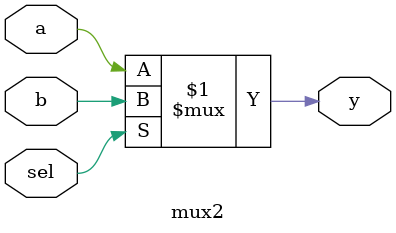
<source format=v>

module mux2 (
  input wire a,       
  input wire b,       
  input wire sel,     
  output wire y     
);
  assign y = sel ? b : a;
endmodule

</source>
